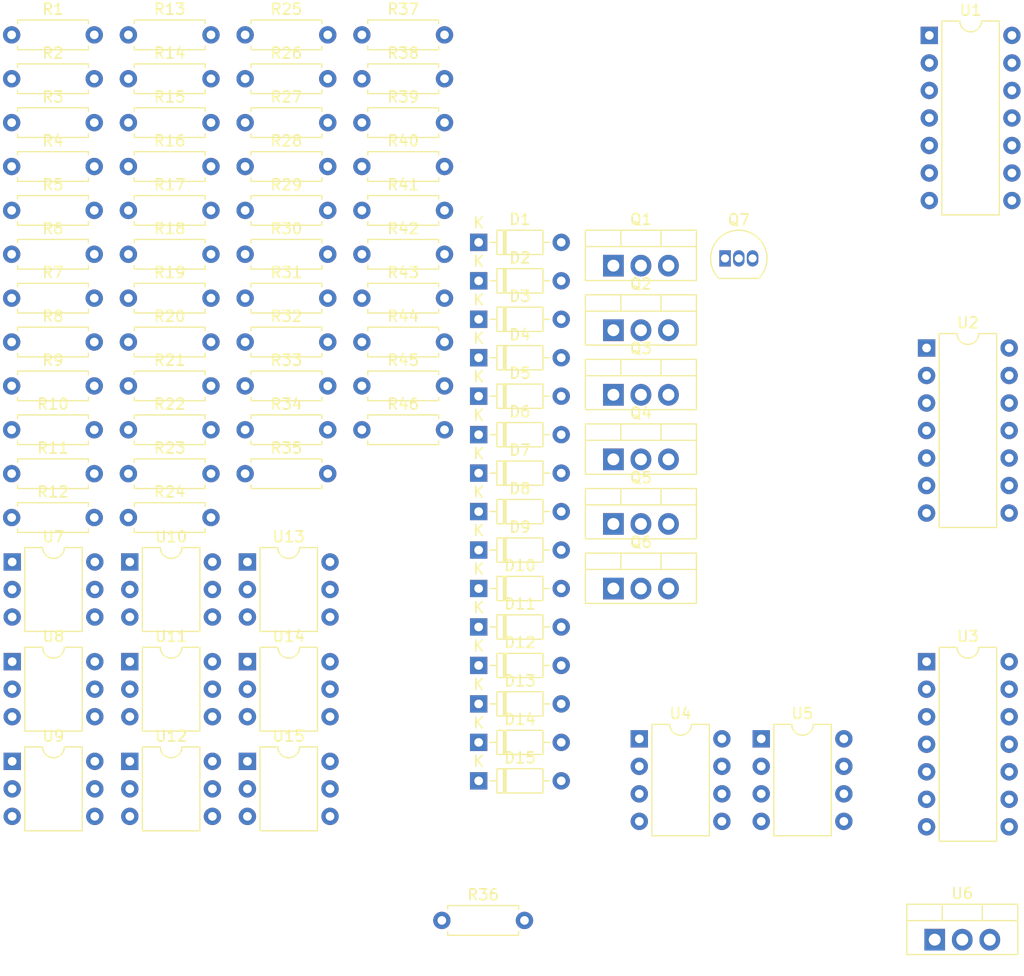
<source format=kicad_pcb>
(kicad_pcb (version 20240108) (generator "pcbnew") (generator_version "8.0")
  (layers (0 "F.Cu" signal) (31 "B.Cu" signal) (34 "B.Paste" user) (35 "F.Paste" user) (36 "B.SilkS" user "B.Silkscreen") (37 "F.SilkS" user "F.Silkscreen") (38 "B.Mask" user) (39 "F.Mask" user) (44 "Edge.Cuts" user))
  (net 0 "")
  (net 1 "+12V")
  (net 2 "Net-(D1-K)")
  (net 3 "Net-(D2-K)")
  (net 4 "Net-(D3-K)")
  (net 5 "Net-(D4-K)")
  (net 6 "Net-(D4-A)")
  (net 7 "Net-(D6-K)")
  (net 8 "Net-(D6-A)")
  (net 9 "Net-(D8-K)")
  (net 10 "Net-(D8-A)")
  (net 11 "Net-(D10-A)")
  (net 12 "Net-(D10-K)")
  (net 13 "Net-(D11-K)")
  (net 14 "Net-(D11-A)")
  (net 15 "Net-(D12-K)")
  (net 16 "Net-(D12-A)")
  (net 17 "Net-(D13-A)")
  (net 18 "Net-(D13-K)")
  (net 19 "Net-(D14-A)")
  (net 20 "Net-(D14-K)")
  (net 21 "Net-(D15-K)")
  (net 22 "Net-(D15-A)")
  (net 23 "U")
  (net 24 "GND")
  (net 25 "V")
  (net 26 "W")
  (net 27 "Net-(Q7-B)")
  (net 28 "Net-(R10-Pad1)")
  (net 29 "+5V")
  (net 30 "Net-(R12-Pad2)")
  (net 31 "Net-(R19-Pad2)")
  (net 32 "Net-(R24-Pad2)")
  (net 33 "Net-(R25-Pad2)")
  (net 34 "Net-(R26-Pad2)")
  (net 35 "U_LO")
  (net 36 "Net-(R27-Pad2)")
  (net 37 "U_HI")
  (net 38 "Net-(R28-Pad2)")
  (net 39 "V_HI")
  (net 40 "Net-(R29-Pad2)")
  (net 41 "V_LO")
  (net 42 "Net-(R30-Pad2)")
  (net 43 "Net-(R31-Pad2)")
  (net 44 "Net-(R32-Pad2)")
  (net 45 "Net-(R33-Pad2)")
  (net 46 "W_HI")
  (net 47 "W_LO")
  (net 48 "Net-(R34-Pad2)")
  (net 49 "Net-(R35-Pad2)")
  (net 50 "Net-(R36-Pad2)")
  (net 51 "Net-(R41-Pad1)")
  (net 52 "W_SENSE")
  (net 53 "Net-(R42-Pad1)")
  (net 54 "V_SENSE")
  (net 55 "Net-(R43-Pad1)")
  (net 56 "U_SENSE")
  (net 57 "Net-(R44-Pad1)")
  (net 58 "GND_EXT")
  (net 59 "Net-(R45-Pad1)")
  (net 60 "Net-(R46-Pad1)")
  (net 63 "Net-(U1-HIN)")
  (net 64 "Net-(U1-LIN)")
  (net 67 "Net-(U2-HIN)")
  (net 68 "Net-(U2-LIN)")
  (net 73 "Net-(U3-HIN)")
  (net 74 "Net-(U3-LIN)")
  (net 76 "Net-(U4-Pad7)")
  (net 77 "Net-(U4-Pad1)")
  (net 78 "Net-(U5-Pad1)")
  (footprint "Resistor_THT:R_Axial_DIN0207_L6.3mm_D2.5mm_P7.62mm_Horizontal" (layer "F.Cu") (at 22.544 94.134)
    (property "Reference" "R12" (at 3.81 -2.37 0) (layer "F.SilkS"))
    (property "Value" "1k")
    (pad "1" thru_hole circle (at 0 0) (size 1.6 1.6) (drill 0.8) (layers "*.Cu" "*.Mask") (net 29 "+5V"))
    (pad "2" thru_hole oval (at 7.62 0) (size 1.6 1.6) (drill 0.8) (layers "*.Cu" "*.Mask") (net 30 "Net-(R12-Pad2)"))
  )
  (footprint "Package_DIP:DIP-6_W7.62mm" (layer "F.Cu") (at 22.594 98.234)
    (property "Reference" "U7" (at 3.81 -2.33 0) (layer "F.SilkS"))
    (property "Value" "4N35")
    (pad "1" thru_hole rect (at 0 0) (size 1.6 1.6) (drill 0.8) (layers "*.Cu" "*.Mask") (net 30 "Net-(R12-Pad2)"))
    (pad "2" thru_hole oval (at 0 2.54) (size 1.6 1.6) (drill 0.8) (layers "*.Cu" "*.Mask") (net 77 "Net-(U4-Pad1)"))
    (pad "3" thru_hole oval (at 0 5.08) (size 1.6 1.6) (drill 0.8) (layers "*.Cu" "*.Mask"))
    (pad "4" thru_hole oval (at 7.62 5.08) (size 1.6 1.6) (drill 0.8) (layers "*.Cu" "*.Mask") (net 58 "GND_EXT"))
    (pad "5" thru_hole oval (at 7.62 2.54) (size 1.6 1.6) (drill 0.8) (layers "*.Cu" "*.Mask") (net 55 "Net-(R43-Pad1)"))
    (pad "6" thru_hole oval (at 7.62 0) (size 1.6 1.6) (drill 0.8) (layers "*.Cu" "*.Mask") (net 60 "Net-(R46-Pad1)"))
  )
  (footprint "Resistor_THT:R_Axial_DIN0207_L6.3mm_D2.5mm_P7.62mm_Horizontal" (layer "F.Cu") (at 54.854 53.634)
    (property "Reference" "R38" (at 3.81 -2.37 0) (layer "F.SilkS"))
    (property "Value" "10k")
    (pad "1" thru_hole circle (at 0 0) (size 1.6 1.6) (drill 0.8) (layers "*.Cu" "*.Mask") (net 1 "+12V"))
    (pad "2" thru_hole oval (at 7.62 0) (size 1.6 1.6) (drill 0.8) (layers "*.Cu" "*.Mask") (net 1 "+12V"))
  )
  (footprint "Diode_THT:D_DO-35_SOD27_P7.62mm_Horizontal" (layer "F.Cu") (at 65.624 114.884)
    (property "Reference" "D14" (at 3.81 -2.12 0) (layer "F.SilkS"))
    (property "Value" "1N4148")
    (fp_text user "K" (at 0 -1.8 0) (layer "F.SilkS"))
    (pad "1" thru_hole rect (at 0 0) (size 1.6 1.6) (drill 0.8) (layers "*.Cu" "*.Mask") (net 20 "Net-(D14-K)"))
    (pad "2" thru_hole oval (at 7.62 0) (size 1.6 1.6) (drill 0.8) (layers "*.Cu" "*.Mask") (net 19 "Net-(D14-A)"))
  )
  (footprint "Resistor_THT:R_Axial_DIN0207_L6.3mm_D2.5mm_P7.62mm_Horizontal" (layer "F.Cu") (at 44.084 69.834)
    (property "Reference" "R30" (at 3.81 -2.37 0) (layer "F.SilkS"))
    (property "Value" "1k")
    (pad "1" thru_hole circle (at 0 0) (size 1.6 1.6) (drill 0.8) (layers "*.Cu" "*.Mask") (net 41 "V_LO"))
    (pad "2" thru_hole oval (at 7.62 0) (size 1.6 1.6) (drill 0.8) (layers "*.Cu" "*.Mask") (net 42 "Net-(R30-Pad2)"))
  )
  (footprint "Package_DIP:DIP-6_W7.62mm" (layer "F.Cu") (at 33.444 107.434)
    (property "Reference" "U11" (at 3.81 -2.33 0) (layer "F.SilkS"))
    (property "Value" "4N35")
    (pad "1" thru_hole rect (at 0 0) (size 1.6 1.6) (drill 0.8) (layers "*.Cu" "*.Mask") (net 34 "Net-(R26-Pad2)"))
    (pad "2" thru_hole oval (at 0 2.54) (size 1.6 1.6) (drill 0.8) (layers "*.Cu" "*.Mask") (net 58 "GND_EXT"))
    (pad "3" thru_hole oval (at 0 5.08) (size 1.6 1.6) (drill 0.8) (layers "*.Cu" "*.Mask"))
    (pad "4" thru_hole oval (at 7.62 5.08) (size 1.6 1.6) (drill 0.8) (layers "*.Cu" "*.Mask") (net 64 "Net-(U1-LIN)"))
    (pad "5" thru_hole oval (at 7.62 2.54) (size 1.6 1.6) (drill 0.8) (layers "*.Cu" "*.Mask") (net 29 "+5V"))
    (pad "6" thru_hole oval (at 7.62 0) (size 1.6 1.6) (drill 0.8) (layers "*.Cu" "*.Mask") (net 38 "Net-(R28-Pad2)"))
  )
  (footprint "Resistor_THT:R_Axial_DIN0207_L6.3mm_D2.5mm_P7.62mm_Horizontal" (layer "F.Cu") (at 33.314 53.634)
    (property "Reference" "R14" (at 3.81 -2.37 0) (layer "F.SilkS"))
    (property "Value" "100k")
    (pad "1" thru_hole circle (at 0 0) (size 1.6 1.6) (drill 0.8) (layers "*.Cu" "*.Mask") (net 24 "GND"))
    (pad "2" thru_hole oval (at 7.62 0) (size 1.6 1.6) (drill 0.8) (layers "*.Cu" "*.Mask") (net 6 "Net-(D4-A)"))
  )
  (footprint "Resistor_THT:R_Axial_DIN0207_L6.3mm_D2.5mm_P7.62mm_Horizontal" (layer "F.Cu") (at 22.544 53.634)
    (property "Reference" "R2" (at 3.81 -2.37 0) (layer "F.SilkS"))
    (property "Value" "10")
    (pad "1" thru_hole circle (at 0 0) (size 1.6 1.6) (drill 0.8) (layers "*.Cu" "*.Mask") (net 12 "Net-(D10-K)"))
    (pad "2" thru_hole oval (at 7.62 0) (size 1.6 1.6) (drill 0.8) (layers "*.Cu" "*.Mask") (net 11 "Net-(D10-A)"))
  )
  (footprint "Resistor_THT:R_Axial_DIN0207_L6.3mm_D2.5mm_P7.62mm_Horizontal" (layer "F.Cu") (at 44.084 61.734)
    (property "Reference" "R28" (at 3.81 -2.37 0) (layer "F.SilkS"))
    (property "Value" "1M")
    (pad "1" thru_hole circle (at 0 0) (size 1.6 1.6) (drill 0.8) (layers "*.Cu" "*.Mask") (net 24 "GND"))
    (pad "2" thru_hole oval (at 7.62 0) (size 1.6 1.6) (drill 0.8) (layers "*.Cu" "*.Mask") (net 38 "Net-(R28-Pad2)"))
  )
  (footprint "Resistor_THT:R_Axial_DIN0207_L6.3mm_D2.5mm_P7.62mm_Horizontal" (layer "F.Cu") (at 44.084 86.034)
    (property "Reference" "R34" (at 3.81 -2.37 0) (layer "F.SilkS"))
    (property "Value" "1k")
    (pad "1" thru_hole circle (at 0 0) (size 1.6 1.6) (drill 0.8) (layers "*.Cu" "*.Mask") (net 47 "W_LO"))
    (pad "2" thru_hole oval (at 7.62 0) (size 1.6 1.6) (drill 0.8) (layers "*.Cu" "*.Mask") (net 48 "Net-(R34-Pad2)"))
  )
  (footprint "Resistor_THT:R_Axial_DIN0207_L6.3mm_D2.5mm_P7.62mm_Horizontal" (layer "F.Cu") (at 33.314 86.034)
    (property "Reference" "R22" (at 3.81 -2.37 0) (layer "F.SilkS"))
    (property "Value" "100k")
    (pad "1" thru_hole circle (at 0 0) (size 1.6 1.6) (drill 0.8) (layers "*.Cu" "*.Mask") (net 24 "GND"))
    (pad "2" thru_hole oval (at 7.62 0) (size 1.6 1.6) (drill 0.8) (layers "*.Cu" "*.Mask") (net 9 "Net-(D8-K)"))
  )
  (footprint "Resistor_THT:R_Axial_DIN0207_L6.3mm_D2.5mm_P7.62mm_Horizontal" (layer "F.Cu") (at 22.544 61.734)
    (property "Reference" "R4" (at 3.81 -2.37 0) (layer "F.SilkS"))
    (property "Value" "10k")
    (pad "1" thru_hole circle (at 0 0) (size 1.6 1.6) (drill 0.8) (layers "*.Cu" "*.Mask") (net 23 "U"))
    (pad "2" thru_hole oval (at 7.62 0) (size 1.6 1.6) (drill 0.8) (layers "*.Cu" "*.Mask") (net 28 "Net-(R10-Pad1)"))
  )
  (footprint "Resistor_THT:R_Axial_DIN0207_L6.3mm_D2.5mm_P7.62mm_Horizontal" (layer "F.Cu") (at 54.854 65.784)
    (property "Reference" "R41" (at 3.81 -2.37 0) (layer "F.SilkS"))
    (property "Value" "470")
    (pad "1" thru_hole circle (at 0 0) (size 1.6 1.6) (drill 0.8) (layers "*.Cu" "*.Mask") (net 51 "Net-(R41-Pad1)"))
    (pad "2" thru_hole oval (at 7.62 0) (size 1.6 1.6) (drill 0.8) (layers "*.Cu" "*.Mask") (net 52 "W_SENSE"))
  )
  (footprint "Resistor_THT:R_Axial_DIN0207_L6.3mm_D2.5mm_P7.62mm_Horizontal" (layer "F.Cu") (at 33.314 77.934)
    (property "Reference" "R20" (at 3.81 -2.37 0) (layer "F.SilkS"))
    (property "Value" "100k")
    (pad "1" thru_hole circle (at 0 0) (size 1.6 1.6) (drill 0.8) (layers "*.Cu" "*.Mask") (net 26 "W"))
    (pad "2" thru_hole oval (at 7.62 0) (size 1.6 1.6) (drill 0.8) (layers "*.Cu" "*.Mask") (net 9 "Net-(D8-K)"))
  )
  (footprint "Package_DIP:DIP-6_W7.62mm" (layer "F.Cu") (at 22.594 107.434)
    (property "Reference" "U8" (at 3.81 -2.33 0) (layer "F.SilkS"))
    (property "Value" "4N35")
    (pad "1" thru_hole rect (at 0 0) (size 1.6 1.6) (drill 0.8) (layers "*.Cu" "*.Mask") (net 31 "Net-(R19-Pad2)"))
    (pad "2" thru_hole oval (at 0 2.54) (size 1.6 1.6) (drill 0.8) (layers "*.Cu" "*.Mask") (net 76 "Net-(U4-Pad7)"))
    (pad "3" thru_hole oval (at 0 5.08) (size 1.6 1.6) (drill 0.8) (layers "*.Cu" "*.Mask"))
    (pad "4" thru_hole oval (at 7.62 5.08) (size 1.6 1.6) (drill 0.8) (layers "*.Cu" "*.Mask") (net 58 "GND_EXT"))
    (pad "5" thru_hole oval (at 7.62 2.54) (size 1.6 1.6) (drill 0.8) (layers "*.Cu" "*.Mask") (net 53 "Net-(R42-Pad1)"))
    (pad "6" thru_hole oval (at 7.62 0) (size 1.6 1.6) (drill 0.8) (layers "*.Cu" "*.Mask") (net 59 "Net-(R45-Pad1)"))
  )
  (footprint "Resistor_THT:R_Axial_DIN0207_L6.3mm_D2.5mm_P7.62mm_Horizontal" (layer "F.Cu") (at 22.544 57.684)
    (property "Reference" "R3" (at 3.81 -2.37 0) (layer "F.SilkS"))
    (property "Value" "10")
    (pad "1" thru_hole circle (at 0 0) (size 1.6 1.6) (drill 0.8) (layers "*.Cu" "*.Mask") (net 15 "Net-(D12-K)"))
    (pad "2" thru_hole oval (at 7.62 0) (size 1.6 1.6) (drill 0.8) (layers "*.Cu" "*.Mask") (net 16 "Net-(D12-A)"))
  )
  (footprint "Resistor_THT:R_Axial_DIN0207_L6.3mm_D2.5mm_P7.62mm_Horizontal" (layer "F.Cu") (at 33.314 61.734)
    (property "Reference" "R16" (at 3.81 -2.37 0) (layer "F.SilkS"))
    (property "Value" "100k")
    (pad "1" thru_hole circle (at 0 0) (size 1.6 1.6) (drill 0.8) (layers "*.Cu" "*.Mask") (net 28 "Net-(R10-Pad1)"))
    (pad "2" thru_hole oval (at 7.62 0) (size 1.6 1.6) (drill 0.8) (layers "*.Cu" "*.Mask") (net 8 "Net-(D6-A)"))
  )
  (footprint "Resistor_THT:R_Axial_DIN0207_L6.3mm_D2.5mm_P7.62mm_Horizontal" (layer "F.Cu") (at 33.314 81.984)
    (property "Reference" "R21" (at 3.81 -2.37 0) (layer "F.SilkS"))
    (property "Value" "100k")
    (pad "1" thru_hole circle (at 0 0) (size 1.6 1.6) (drill 0.8) (layers "*.Cu" "*.Mask") (net 28 "Net-(R10-Pad1)"))
    (pad "2" thru_hole oval (at 7.62 0) (size 1.6 1.6) (drill 0.8) (layers "*.Cu" "*.Mask") (net 10 "Net-(D8-A)"))
  )
  (footprint "Package_DIP:DIP-14_W7.62mm" (layer "F.Cu") (at 106.944 107.437)
    (property "Reference" "U3" (at 3.81 -2.33 0) (layer "F.SilkS"))
    (property "Value" "IR2110")
    (pad "1" thru_hole rect (at 0 0) (size 1.6 1.6) (drill 0.8) (layers "*.Cu" "*.Mask") (net 21 "Net-(D15-K)"))
    (pad "2" thru_hole oval (at 0 2.54) (size 1.6 1.6) (drill 0.8) (layers "*.Cu" "*.Mask") (net 24 "GND"))
    (pad "3" thru_hole oval (at 0 5.08) (size 1.6 1.6) (drill 0.8) (layers "*.Cu" "*.Mask") (net 1 "+12V"))
    (pad "4" thru_hole oval (at 0 7.62) (size 1.6 1.6) (drill 0.8) (layers "*.Cu" "*.Mask"))
    (pad "5" thru_hole oval (at 0 10.16) (size 1.6 1.6) (drill 0.8) (layers "*.Cu" "*.Mask") (net 26 "W"))
    (pad "6" thru_hole oval (at 0 12.7) (size 1.6 1.6) (drill 0.8) (layers "*.Cu" "*.Mask") (net 4 "Net-(D3-K)"))
    (pad "7" thru_hole oval (at 0 15.24) (size 1.6 1.6) (drill 0.8) (layers "*.Cu" "*.Mask") (net 20 "Net-(D14-K)"))
    (pad "8" thru_hole oval (at 7.62 15.24) (size 1.6 1.6) (drill 0.8) (layers "*.Cu" "*.Mask"))
    (pad "9" thru_hole oval (at 7.62 12.7) (size 1.6 1.6) (drill 0.8) (layers "*.Cu" "*.Mask") (net 29 "+5V"))
    (pad "10" thru_hole oval (at 7.62 10.16) (size 1.6 1.6) (drill 0.8) (layers "*.Cu" "*.Mask") (net 73 "Net-(U3-HIN)"))
    (pad "11" thru_hole oval (at 7.62 7.62) (size 1.6 1.6) (drill 0.8) (layers "*.Cu" "*.Mask") (net 1 "+12V"))
    (pad "12" thru_hole oval (at 7.62 5.08) (size 1.6 1.6) (drill 0.8) (layers "*.Cu" "*.Mask") (net 74 "Net-(U3-LIN)"))
    (pad "13" thru_hole oval (at 7.62 2.54) (size 1.6 1.6) (drill 0.8) (layers "*.Cu" "*.Mask") (net 24 "GND"))
    (pad "14" thru_hole oval (at 7.62 0) (size 1.6 1.6) (drill 0.8) (layers "*.Cu" "*.Mask"))
  )
  (footprint "Resistor_THT:R_Axial_DIN0207_L6.3mm_D2.5mm_P7.62mm_Horizontal" (layer "F.Cu") (at 44.084 90.084)
    (property "Reference" "R35" (at 3.81 -2.37 0) (layer "F.SilkS"))
    (property "Value" "1M")
    (pad "1" thru_hole circle (at 0 0) (size 1.6 1.6) (drill 0.8) (layers "*.Cu" "*.Mask") (net 24 "GND"))
    (pad "2" thru_hole oval (at 7.62 0) (size 1.6 1.6) (drill 0.8) (layers "*.Cu" "*.Mask") (net 49 "Net-(R35-Pad2)"))
  )
  (footprint "Resistor_THT:R_Axial_DIN0207_L6.3mm_D2.5mm_P7.62mm_Horizontal" (layer "F.Cu") (at 22.544 49.584)
    (property "Reference" "R1" (at 3.81 -2.37 0) (layer "F.SilkS"))
    (property "Value" "10")
    (pad "1" thru_hole circle (at 0 0) (size 1.6 1.6) (drill 0.8) (layers "*.Cu" "*.Mask") (net 13 "Net-(D11-K)"))
    (pad "2" thru_hole oval (at 7.62 0) (size 1.6 1.6) (drill 0.8) (layers "*.Cu" "*.Mask") (net 14 "Net-(D11-A)"))
  )
  (footprint "Diode_THT:D_DO-35_SOD27_P7.62mm_Horizontal" (layer "F.Cu") (at 65.624 72.284)
    (property "Reference" "D2" (at 3.81 -2.12 0) (layer "F.SilkS"))
    (property "Value" "1N4148")
    (fp_text user "K" (at 0 -1.8 0) (layer "F.SilkS"))
    (pad "1" thru_hole rect (at 0 0) (size 1.6 1.6) (drill 0.8) (layers "*.Cu" "*.Mask") (net 3 "Net-(D2-K)"))
    (pad "2" thru_hole oval (at 7.62 0) (size 1.6 1.6) (drill 0.8) (layers "*.Cu" "*.Mask") (net 1 "+12V"))
  )
  (footprint "Resistor_THT:R_Axial_DIN0207_L6.3mm_D2.5mm_P7.62mm_Horizontal" (layer "F.Cu") (at 33.314 69.834)
    (property "Reference" "R18" (at 3.81 -2.37 0) (layer "F.SilkS"))
    (property "Value" "100k")
    (pad "1" thru_hole circle (at 0 0) (size 1.6 1.6) (drill 0.8) (layers "*.Cu" "*.Mask") (net 24 "GND"))
    (pad "2" thru_hole oval (at 7.62 0) (size 1.6 1.6) (drill 0.8) (layers "*.Cu" "*.Mask") (net 8 "Net-(D6-A)"))
  )
  (footprint "Resistor_THT:R_Axial_DIN0207_L6.3mm_D2.5mm_P7.62mm_Horizontal" (layer "F.Cu") (at 44.084 57.684)
    (property "Reference" "R27" (at 3.81 -2.37 0) (layer "F.SilkS"))
    (property "Value" "1k")
    (pad "1" thru_hole circle (at 0 0) (size 1.6 1.6) (drill 0.8) (layers "*.Cu" "*.Mask") (net 37 "U_HI"))
    (pad "2" thru_hole oval (at 7.62 0) (size 1.6 1.6) (drill 0.8) (layers "*.Cu" "*.Mask") (net 36 "Net-(R27-Pad2)"))
  )
  (footprint "Package_TO_SOT_THT:TO-220-3_Vertical" (layer "F.Cu") (at 78.054 100.684)
    (property "Reference" "Q6" (at 2.54 -4.27 0) (layer "F.SilkS"))
    (property "Value" "IRF540N")
    (pad "1" thru_hole rect (at 0 0) (size 1.905 2) (drill 1.1) (layers "*.Cu" "*.Mask") (net 22 "Net-(D15-A)"))
    (pad "2" thru_hole oval (at 2.54 0) (size 1.905 2) (drill 1.1) (layers "*.Cu" "*.Mask") (net 26 "W"))
    (pad "3" thru_hole oval (at 5.08 0) (size 1.905 2) (drill 1.1) (layers "*.Cu" "*.Mask") (net 24 "GND"))
  )
  (footprint "Diode_THT:D_DO-35_SOD27_P7.62mm_Horizontal" (layer "F.Cu") (at 65.624 75.834)
    (property "Reference" "D3" (at 3.81 -2.12 0) (layer "F.SilkS"))
    (property "Value" "1N4148")
    (fp_text user "K" (at 0 -1.8 0) (layer "F.SilkS"))
    (pad "1" thru_hole rect (at 0 0) (size 1.6 1.6) (drill 0.8) (layers "*.Cu" "*.Mask") (net 4 "Net-(D3-K)"))
    (pad "2" thru_hole oval (at 7.62 0) (size 1.6 1.6) (drill 0.8) (layers "*.Cu" "*.Mask") (net 1 "+12V"))
  )
  (footprint "Resistor_THT:R_Axial_DIN0207_L6.3mm_D2.5mm_P7.62mm_Horizontal" (layer "F.Cu") (at 54.854 57.684)
    (property "Reference" "R39" (at 3.81 -2.37 0) (layer "F.SilkS"))
    (property "Value" "47k")
    (pad "1" thru_hole circle (at 0 0) (size 1.6 1.6) (drill 0.8) (layers "*.Cu" "*.Mask") (net 27 "Net-(Q7-B)"))
    (pad "2" thru_hole oval (at 7.62 0) (size 1.6 1.6) (drill 0.8) (layers "*.Cu" "*.Mask") (net 24 "GND"))
  )
  (footprint "Resistor_THT:R_Axial_DIN0207_L6.3mm_D2.5mm_P7.62mm_Horizontal" (layer "F.Cu") (at 33.314 73.884)
    (property "Reference" "R19" (at 3.81 -2.37 0) (layer "F.SilkS"))
    (property "Value" "1k")
    (pad "1" thru_hole circle (at 0 0) (size 1.6 1.6) (drill 0.8) (layers "*.Cu" "*.Mask") (net 29 "+5V"))
    (pad "2" thru_hole oval (at 7.62 0) (size 1.6 1.6) (drill 0.8) (layers "*.Cu" "*.Mask") (net 31 "Net-(R19-Pad2)"))
  )
  (footprint "Resistor_THT:R_Axial_DIN0207_L6.3mm_D2.5mm_P7.62mm_Horizontal" (layer "F.Cu") (at 54.854 73.884)
    (property "Reference" "R43" (at 3.81 -2.37 0) (layer "F.SilkS"))
    (property "Value" "470")
    (pad "1" thru_hole circle (at 0 0) (size 1.6 1.6) (drill 0.8) (layers "*.Cu" "*.Mask") (net 55 "Net-(R43-Pad1)"))
    (pad "2" thru_hole oval (at 7.62 0) (size 1.6 1.6) (drill 0.8) (layers "*.Cu" "*.Mask") (net 56 "U_SENSE"))
  )
  (footprint "Resistor_THT:R_Axial_DIN0207_L6.3mm_D2.5mm_P7.62mm_Horizontal" (layer "F.Cu") (at 54.854 69.834)
    (property "Reference" "R42" (at 3.81 -2.37 0) (layer "F.SilkS"))
    (property "Value" "470")
    (pad "1" thru_hole circle (at 0 0) (size 1.6 1.6) (drill 0.8) (layers "*.Cu" "*.Mask") (net 53 "Net-(R42-Pad1)"))
    (pad "2" thru_hole oval (at 7.62 0) (size 1.6 1.6) (drill 0.8) (layers "*.Cu" "*.Mask") (net 54 "V_SENSE"))
  )
  (footprint "Resistor_THT:R_Axial_DIN0207_L6.3mm_D2.5mm_P7.62mm_Horizontal" (layer "F.Cu") (at 44.084 65.784)
    (property "Reference" "R29" (at 3.81 -2.37 0) (layer "F.SilkS"))
    (property "Value" "1k")
    (pad "1" thru_hole circle (at 0 0) (size 1.6 1.6) (drill 0.8) (layers "*.Cu" "*.Mask") (net 39 "V_HI"))
    (pad "2" thru_hole oval (at 7.62 0) (size 1.6 1.6) (drill 0.8) (layers "*.Cu" "*.Mask") (net 40 "Net-(R29-Pad2)"))
  )
  (footprint "Diode_THT:D_DO-35_SOD27_P7.62mm_Horizontal" (layer "F.Cu") (at 65.624 93.584)
    (property "Reference" "D8" (at 3.81 -2.12 0) (layer "F.SilkS"))
    (property "Value" "1N4148")
    (fp_text user "K" (at 0 -1.8 0) (layer "F.SilkS"))
    (pad "1" thru_hole rect (at 0 0) (size 1.6 1.6) (drill 0.8) (layers "*.Cu" "*.Mask") (net 9 "Net-(D8-K)"))
    (pad "2" thru_hole oval (at 7.62 0) (size 1.6 1.6) (drill 0.8) (layers "*.Cu" "*.Mask") (net 10 "Net-(D8-A)"))
  )
  (footprint "Resistor_THT:R_Axial_DIN0207_L6.3mm_D2.5mm_P7.62mm_Horizontal" (layer "F.Cu") (at 44.084 77.934)
    (property "Reference" "R32" (at 3.81 -2.37 0) (layer "F.SilkS"))
    (property "Value" "1M")
    (pad "1" thru_hole circle (at 0 0) (size 1.6 1.6) (drill 0.8) (layers "*.Cu" "*.Mask") (net 24 "GND"))
    (pad "2" thru_hole oval (at 7.62 0) (size 1.6 1.6) (drill 0.8) (layers "*.Cu" "*.Mask") (net 44 "Net-(R32-Pad2)"))
  )
  (footprint "Resistor_THT:R_Axial_DIN0207_L6.3mm_D2.5mm_P7.62mm_Horizontal" (layer "F.Cu") (at 44.084 53.634)
    (property "Reference" "R26" (at 3.81 -2.37 0) (layer "F.SilkS"))
    (property "Value" "1k")
    (pad "1" thru_hole circle (at 0 0) (size 1.6 1.6) (drill 0.8) (layers "*.Cu" "*.Mask") (net 35 "U_LO"))
    (pad "2" thru_hole oval (at 7.62 0) (size 1.6 1.6) (drill 0.8) (layers "*.Cu" "*.Mask") (net 34 "Net-(R26-Pad2)"))
  )
  (footprint "Resistor_THT:R_Axial_DIN0207_L6.3mm_D2.5mm_P7.62mm_Horizontal" (layer "F.Cu") (at 33.314 57.684)
    (property "Reference" "R15" (at 3.81 -2.37 0) (layer "F.SilkS"))
    (property "Value" "100k")
    (pad "1" thru_hole circle (at 0 0) (size 1.6 1.6) (drill 0.8) (layers "*.Cu" "*.Mask") (net 25 "V"))
    (pad "2" thru_hole oval (at 7.62 0) (size 1.6 1.6) (drill 0.8) (layers "*.Cu" "*.Mask") (net 7 "Net-(D6-K)"))
  )
  (footprint "Package_DIP:DIP-6_W7.62mm" (layer "F.Cu") (at 33.444 98.234)
    (property "Reference" "U10" (at 3.81 -2.33 0) (layer "F.SilkS"))
    (property "Value" "4N35")
    (pad "1" thru_hole rect (at 0 0) (size 1.6 1.6) (drill 0.8) (layers "*.Cu" "*.Mask") (net 36 "Net-(R27-Pad2)"))
    (pad "2" thru_hole oval (at 0 2.54) (size 1.6 1.6) (drill 0.8) (layers "*.Cu" "*.Mask") (net 58 "GND_EXT"))
    (pad "3" thru_hole oval (at 0 5.08) (size 1.6 1.6) (drill 0.8) (layers "*.Cu" "*.Mask"))
    (pad "4" thru_hole oval (at 7.62 5.08) (size 1.6 1.6) (drill 0.8) (layers "*.Cu" "*.Mask") (net 63 "Net-(U1-HIN)"))
    (pad "5" thru_hole oval (at 7.62 2.54) (size 1.6 1.6) (drill 0.8) (layers "*.Cu" "*.Mask") (net 29 "+5V"))
    (pad "6" thru_hole oval (at 7.62 0) (size 1.6 1.6) (drill 0.8) (layers "*.Cu" "*.Mask") (net 33 "Net-(R25-Pad2)"))
  )
  (footprint "Package_DIP:DIP-6_W7.62mm" (layer "F.Cu") (at 44.294 116.634)
    (property "Reference" "U15" (at 3.81 -2.33 0) (layer "F.SilkS"))
    (property "Value" "4N35")
    (pad "1" thru_hole rect (at 0 0) (size 1.6 1.6) (drill 0.8) (layers "*.Cu" "*.Mask") (net 48 "Net-(R34-Pad2)"))
    (pad "2" thru_hole oval (at 0 2.54) (size 1.6 1.6) (drill 0.8) (layers "*.Cu" "*.Mask") (net 58 "GND_EXT"))
    (pad "3" thru_hole oval (at 0 5.08) (size 1.6 1.6) (drill 0.8) (layers "*.Cu" "*.Mask"))
    (pad "4" thru_hole oval (at 7.62 5.08) (size 1.6 1.6) (drill 0.8) (layers "*.Cu" "*.Mask") (net 74 "Net-(U3-LIN)"))
    (pad "5" thru_hole oval (at 7.62 2.54) (size 1.6 1.6) (drill 0.8) (layers "*.Cu" "*.Mask") (net 29 "+5V"))
    (pad "6" thru_hole oval (at 7.62 0) (size 1.6 1.6) (drill 0.8) (layers "*.Cu" "*.Mask") (net 50 "Net-(R36-Pad2)"))
  )
  (footprint "Resistor_THT:R_Axial_DIN0207_L6.3mm_D2.5mm_P7.62mm_Horizontal" (layer "F.Cu") (at 22.544 81.984)
    (property "Reference" "R9" (at 3.81 -2.37 0) (layer "F.SilkS"))
    (property "Value" "10k")
    (pad "1" thru_hole circle (at 0 0) (size 1.6 1.6) (drill 0.8) (layers "*.Cu" "*.Mask") (net 26 "W"))
    (pad "2" thru_hole oval (at 7.62 0) (size 1.6 1.6) (drill 0.8) (layers "*.Cu" "*.Mask") (net 28 "Net-(R10-Pad1)"))
  )
  (footprint "Resistor_THT:R_Axial_DIN0207_L6.3mm_D2.5mm_P7.62mm_Horizontal" (layer "F.Cu") (at 22.544 73.884)
    (property "Reference" "R7" (at 3.81 -2.37 0) (layer "F.SilkS"))
    (property "Value" "10")
    (pad "1" thru_hole circle (at 0 0) (size 1.6 1.6) (drill 0.8) (layers "*.Cu" "*.Mask") (net 20 "Net-(D14-K)"))
    (pad "2" thru_hole oval (at 7.62 0) (size 1.6 1.6) (drill 0.8) (layers "*.Cu" "*.Mask") (net 19 "Net-(D14-A)"))
  )
  (footprint "Resistor_THT:R_Axial_DIN0207_L6.3mm_D2.5mm_P7.62mm_Horizontal" (layer "F.Cu") (at 54.854 86.034)
    (property "Reference" "R46" (at 3.81 -2.37 0) (layer "F.SilkS"))
    (property "Value" "1M")
    (pad "1" thru_hole circle (at 0 0) (size 1.6 1.6) (drill 0.8) (layers "*.Cu" "*.Mask") (net 60 "Net-(R46-Pad1)"))
    (pad "2" thru_hole oval (at 7.62 0) (size 1.6 1.6) (drill 0.8) (layers "*.Cu" "*.Mask") (net 58 "GND_EXT"))
  )
  (footprint "Package_DIP:DIP-14_W7.62mm" (layer "F.Cu") (at 107.198 49.634)
    (property "Reference" "U1" (at 3.81 -2.33 0) (layer "F.SilkS"))
    (property "Value" "IR2110")
    (pad "1" thru_hole rect (at 0 0) (size 1.6 1.6) (drill 0.8) (layers "*.Cu" "*.Mask") (net 13 "Net-(D11-K)"))
    (pad "2" thru_hole oval (at 0 2.54) (size 1.6 1.6) (drill 0.8) (layers "*.Cu" "*.Mask") (net 24 "GND"))
    (pad "3" thru_hole oval (at 0 5.08) (size 1.6 1.6) (drill 0.8) (layers "*.Cu" "*.Mask") (net 1 "+12V"))
    (pad "4" thru_hole oval (at 0 7.62) (size 1.6 1.6) (drill 0.8) (layers "*.Cu" "*.Mask"))
    (pad "5" thru_hole oval (at 0 10.16) (size 1.6 1.6) (drill 0.8) (layers "*.Cu" "*.Mask") (net 23 "U"))
    (pad "6" thru_hole oval (at 0 12.7) (size 1.6 1.6) (drill 0.8) (layers "*.Cu" "*.Mask") (net 2 "Net-(D1-K)"))
    (pad "7" thru_hole oval (at 0 15.24) (size 1.6 1.6) (drill 0.8) (layers "*.Cu" "*.Mask") (net 12 "Net-(D10-K)"))
    (pad "8" thru_hole oval (at 7.62 15.24) (size 1.6 1.6) (drill 0.8) (layers "*.Cu" "*.Mask"))
    (pad "9" thru_hole oval (at 7.62 12.7) (size 1.6 1.6) (drill 0.8) (layers "*.Cu" "*.Mask") (net 29 "+5V"))
    (pad "10" thru_hole oval (at 7.62 10.16) (size 1.6 1.6) (drill 0.8) (layers "*.Cu" "*.Mask") (net 63 "Net-(U1-HIN)"))
    (pad "11" thru_hole oval (at 7.62 7.62) (size 1.6 1.6) (drill 0.8) (layers "*.Cu" "*.Mask") (net 1 "+12V"))
    (pad "12" thru_hole oval (at 7.62 5.08) (size 1.6 1.6) (drill 0.8) (layers "*.Cu" "*.Mask") (net 64 "Net-(U1-LIN)"))
    (pad "13" thru_hole oval (at 7.62 2.54) (size 1.6 1.6) (drill 0.8) (layers "*.Cu" "*.Mask") (net 24 "GND"))
    (pad "14" thru_hole oval (at 7.62 0) (size 1.6 1.6) (drill 0.8) (layers "*.Cu" "*.Mask"))
  )
  (footprint "Diode_THT:D_DO-35_SOD27_P7.62mm_Horizontal" (layer "F.Cu") (at 65.624 90.034)
    (property "Reference" "D7" (at 3.81 -2.12 0) (layer "F.SilkS"))
    (property "Value" "1N4148")
    (fp_text user "K" (at 0 -1.8 0) (layer "F.SilkS"))
    (pad "1" thru_hole rect (at 0 0) (size 1.6 1.6) (drill 0.8) (layers "*.Cu" "*.Mask") (net 8 "Net-(D6-A)"))
    (pad "2" thru_hole oval (at 7.62 0) (size 1.6 1.6) (drill 0.8) (layers "*.Cu" "*.Mask") (net 7 "Net-(D6-K)"))
  )
  (footprint "Diode_THT:D_DO-35_SOD27_P7.62mm_Horizontal" (layer "F.Cu") (at 65.624 111.334)
    (property "Reference" "D13" (at 3.81 -2.12 0) (layer "F.SilkS"))
    (property "Value" "1N4148")
    (fp_text user "K" (at 0 -1.8 0) (layer "F.SilkS"))
    (pad "1" thru_hole rect (at 0 0) (size 1.6 1.6) (drill 0.8) (layers "*.Cu" "*.Mask") (net 18 "Net-(D13-K)"))
    (pad "2" thru_hole oval (at 7.62 0) (size 1.6 1.6) (drill 0.8) (layers "*.Cu" "*.Mask") (net 17 "Net-(D13-A)"))
  )
  (footprint "Resistor_THT:R_Axial_DIN0207_L6.3mm_D2.5mm_P7.62mm_Horizontal" (layer "F.Cu") (at 22.544 86.034)
    (property "Reference" "R10" (at 3.81 -2.37 0) (layer "F.SilkS"))
    (property "Value" "100k")
    (pad "1" thru_hole circle (at 0 0) (size 1.6 1.6) (drill 0.8) (layers "*.Cu" "*.Mask") (net 28 "Net-(R10-Pad1)"))
    (pad "2" thru_hole oval (at 7.62 0) (size 1.6 1.6) (drill 0.8) (layers "*.Cu" "*.Mask") (net 6 "Net-(D4-A)"))
  )
  (footprint "Diode_THT:D_DO-35_SOD27_P7.62mm_Horizontal" (layer "F.Cu") (at 65.624 104.234)
    (property "Reference" "D11" (at 3.81 -2.12 0) (layer "F.SilkS"))
    (property "Value" "1N4148")
    (fp_text user "K" (at 0 -1.8 0) (layer "F.SilkS"))
    (pad "1" thru_hole rect (at 0 0) (size 1.6 1.6) (drill 0.8) (layers "*.Cu" "*.Mask") (net 13 "Net-(D11-K)"))
    (pad "2" thru_hole oval (at 7.62 0) (size 1.6 1.6) (drill 0.8) (layers "*.Cu" "*.Mask") (net 14 "Net-(D11-A)"))
  )
  (footprint "Package_DIP:DIP-14_W7.62mm" (layer "F.Cu") (at 106.944 78.481)
    (property "Reference" "U2" (at 3.81 -2.33 0) (layer "F.SilkS"))
    (property "Value" "IR2110")
    (pad "1" thru_hole rect (at 0 0) (size 1.6 1.6) (drill 0.8) (layers "*.Cu" "*.Mask") (net 18 "Net-(D13-K)"))
    (pad "2" thru_hole oval (at 0 2.54) (size 1.6 1.6) (drill 0.8) (layers "*.Cu" "*.Mask") (net 24 "GND"))
    (pad "3" thru_hole oval (at 0 5.08) (size 1.6 1.6) (drill 0.8) (layers "*.Cu" "*.Mask") (net 1 "+12V"))
    (pad "4" thru_hole oval (at 0 7.62) (size 1.6 1.6) (drill 0.8) (layers "*.Cu" "*.Mask"))
    (pad "5" thru_hole oval (at 0 10.16) (size 1.6 1.6) (drill 0.8) (layers "*.Cu" "*.Mask") (net 25 "V"))
    (pad "6" thru_hole oval (at 0 12.7) (size 1.6 1.6) (drill 0.8) (layers "*.Cu" "*.Mask") (net 3 "Net-(D2-K)"))
    (pad "7" thru_hole oval (at 0 15.24) (size 1.6 1.6) (drill 0.8) (layers "*.Cu" "*.Mask") (net 15 "Net-(D12-K)"))
    (pad "8" thru_hole oval (at 7.62 15.24) (size 1.6 1.6) (drill 0.8) (layers "*.Cu" "*.Mask"))
    (pad "9" thru_hole oval (at 7.62 12.7) (size 1.6 1.6) (drill 0.8) (layers "*.Cu" "*.Mask") (net 29 "+5V"))
    (pad "10" thru_hole oval (at 7.62 10.16) (size 1.6 1.6) (drill 0.8) (layers "*.Cu" "*.Mask") (net 67 "Net-(U2-HIN)"))
    (pad "11" thru_hole oval (at 7.62 7.62) (size 1.6 1.6) (drill 0.8) (layers "*.Cu" "*.Mask") (net 1 "+12V"))
    (pad "12" thru_hole oval (at 7.62 5.08) (size 1.6 1.6) (drill 0.8) (layers "*.Cu" "*.Mask") (net 68 "Net-(U2-LIN)"))
    (pad "13" thru_hole oval (at 7.62 2.54) (size 1.6 1.6) (drill 0.8) (layers "*.Cu" "*.Mask") (net 24 "GND"))
    (pad "14" thru_hole oval (at 7.62 0) (size 1.6 1.6) (drill 0.8) (layers "*.Cu" "*.Mask"))
  )
  (footprint "Resistor_THT:R_Axial_DIN0207_L6.3mm_D2.5mm_P7.62mm_Horizontal" (layer "F.Cu") (at 33.314 65.784)
    (property "Reference" "R17" (at 3.81 -2.37 0) (layer "F.SilkS"))
    (property "Value" "100k")
    (pad "1" thru_hole circle (at 0 0) (size 1.6 1.6) (drill 0.8) (layers "*.Cu" "*.Mask") (net 24 "GND"))
    (pad "2" thru_hole oval (at 7.62 0) (size 1.6 1.6) (drill 0.8) (layers "*.Cu" "*.Mask") (net 7 "Net-(D6-K)"))
  )
  (footprint "Resistor_THT:R_Axial_DIN0207_L6.3mm_D2.5mm_P7.62mm_Horizontal" (layer "F.Cu") (at 44.084 73.884)
    (property "Reference" "R31" (at 3.81 -2.37 0) (layer "F.SilkS"))
    (property "Value" "1M")
    (pad "1" thru_hole circle (at 0 0) (size 1.6 1.6) (drill 0.8) (layers "*.Cu" "*.Mask") (net 24 "GND"))
    (pad "2" thru_hole oval (at 7.62 0) (size 1.6 1.6) (drill 0.8) (layers "*.Cu" "*.Mask") (net 43 "Net-(R31-Pad2)"))
  )
  (footprint "Resistor_THT:R_Axial_DIN0207_L6.3mm_D2.5mm_P7.62mm_Horizontal" (layer "F.Cu") (at 44.084 81.984)
    (property "Reference" "R33" (at 3.81 -2.37 0) (layer "F.SilkS"))
    (property "Value" "1k")
    (pad "1" thru_hole circle (at 0 0) (size 1.6 1.6) (drill 0.8) (layers "*.Cu" "*.Mask") (net 46 "W_HI"))
    (pad "2" thru_hole oval (at 7.62 0) (size 1.6 1.6) (drill 0.8) (layers "*.Cu" "*.Mask") (net 45 "Net-(R33-Pad2)"))
  )
  (footprint "Resistor_THT:R_Axial_DIN0207_L6.3mm_D2.5mm_P7.62mm_Horizontal" (layer "F.Cu") (at 22.544 69.834)
    (property "Reference" "R6" (at 3.81 -2.37 0) (layer "F.SilkS"))
    (property "Value" "10k")
    (pad "1" thru_hole circle (at 0 0) (size 1.6 1.6) (drill 0.8) (layers "*.Cu" "*.Mask") (net 25 "V"))
    (pad "2" thru_hole oval (at 7.62 0) (size 1.6 1.6) (drill 0.8) (layers "*.Cu" "*.Mask") (net 28 "Net-(R10-Pad1)"))
  )
  (footprint "Resistor_THT:R_Axial_DIN0207_L6.3mm_D2.5mm_P7.62mm_Horizontal" (layer "F.Cu") (at 62.23 131.318)
    (property "Reference" "R36" (at 3.81 -2.37 0) (layer "F.SilkS"))
    (property "Value" "1M")
    (pad "1" thru_hole circle (at 0 0) (size 1.6 1.6) (drill 0.8) (layers "*.Cu" "*.Mask") (net 24 "GND"))
    (pad "2" thru_hole oval (at 7.62 0) (size 1.6 1.6) (drill 0.8) (layers "*.Cu" "*.Mask") (net 50 "Net-(R36-Pad2)"))
  )
  (footprint "Diode_THT:D_DO-35_SOD27_P7.62mm_Horizontal" (layer "F.Cu") (at 65.624 82.934)
    (property "Reference" "D5" (at 3.81 -2.12 0) (layer "F.SilkS"))
    (property "Value" "1N4148")
    (fp_text user "K" (at 0 -1.8 0) (layer "F.SilkS"))
    (pad "1" thru_hole rect (at 0 0) (size 1.6 1.6) (drill 0.8) (layers "*.Cu" "*.Mask") (net 6 "Net-(D4-A)"))
    (pad "2" thru_hole oval (at 7.62 0) (size 1.6 1.6) (drill 0.8) (layers "*.Cu" "*.Mask") (net 5 "Net-(D4-K)"))
  )
  (footprint "Diode_THT:D_DO-35_SOD27_P7.62mm_Horizontal" (layer "F.Cu") (at 65.624 79.384)
    (property "Reference" "D4" (at 3.81 -2.12 0) (layer "F.SilkS"))
    (property "Value" "1N4148")
    (fp_text user "K" (at 0 -1.8 0) (layer "F.SilkS"))
    (pad "1" thru_hole rect (at 0 0) (size 1.6 1.6) (drill 0.8) (layers "*.Cu" "*.Mask") (net 5 "Net-(D4-K)"))
    (pad "2" thru_hole oval (at 7.62 0) (size 1.6 1.6) (drill 0.8) (layers "*.Cu" "*.Mask") (net 6 "Net-(D4-A)"))
  )
  (footprint "Resistor_THT:R_Axial_DIN0207_L6.3mm_D2.5mm_P7.62mm_Horizontal" (layer "F.Cu") (at 22.544 77.934)
    (property "Reference" "R8" (at 3.81 -2.37 0) (layer "F.SilkS"))
    (property "Value" "10")
    (pad "1" thru_hole circle (at 0 0) (size 1.6 1.6) (drill 0.8) (layers "*.Cu" "*.Mask") (net 21 "Net-(D15-K)"))
    (pad "2" thru_hole oval (at 7.62 0) (size 1.6 1.6) (drill 0.8) (layers "*.Cu" "*.Mask") (net 22 "Net-(D15-A)"))
  )
  (footprint "Package_TO_SOT_THT:TO-92_Inline" (layer "F.Cu") (at 88.354 70.214)
    (property "Reference" "Q7" (at 1.27 -3.56 0) (layer "F.SilkS"))
    (property "Value" "2N3904")
    (pad "1" thru_hole rect (at 0 0) (size 1.05 1.5) (drill 0.75) (layers "*.Cu" "*.Mask") (net 24 "GND"))
    (pad "2" thru_hole oval (at 1.27 0) (size 1.05 1.5) (drill 0.75) (layers "*.Cu" "*.Mask") (net 27 "Net-(Q7-B)"))
    (pad "3" thru_hole oval (at 2.54 0) (size 1.05 1.5) (drill 0.75) (layers "*.Cu" "*.Mask") (net 1 "+12V"))
  )
  (footprint "Package_DIP:DIP-6_W7.62mm" (layer "F.Cu") (at 44.294 107.434)
    (property "Reference" "U14" (at 3.81 -2.33 0) (layer "F.SilkS"))
    (property "Value" "4N35")
    (pad "1" thru_hole rect (at 0 0) (size 1.6 1.6) (drill 0.8) (layers "*.Cu" "*.Mask") (net 45 "Net-(R33-Pad2)"))
    (pad "2" thru_hole oval (at 0 2.54) (size 1.6 1.6) (drill 0.8) (layers "*.Cu" "*.Mask") (net 58 "GND_EXT"))
    (pad "3" thru_hole oval (at 0 5.08) (size 1.6 1.6) (drill 0.8) (layers "*.Cu" "*.Mask"))
    (pad "4" thru_hole oval (at 7.62 5.08) (size 1.6 1.6) (drill 0.8) (layers "*.Cu" "*.Mask") (net 73 "Net-(U3-HIN)"))
    (pad "5" thru_hole oval (at 7.62 2.54) (size 1.6 1.6) (drill 0.8) (layers "*.Cu" "*.Mask") (net 29 "+5V"))
    (pad "6" thru_hole oval (at 7.62 0) (size 1.6 1.6) (drill 0.8) (layers "*.Cu" "*.Mask") (net 49 "Net-(R35-Pad2)"))
  )
  (footprint "Diode_THT:D_DO-35_SOD27_P7.62mm_Horizontal" (layer "F.Cu") (at 65.624 107.784)
    (property "Reference" "D12" (at 3.81 -2.12 0) (layer "F.SilkS"))
    (property "Value" "1N4148")
    (fp_text user "K" (at 0 -1.8 0) (layer "F.SilkS"))
    (pad "1" thru_hole rect (at 0 0) (size 1.6 1.6) (drill 0.8) (layers "*.Cu" "*.Mask") (net 15 "Net-(D12-K)"))
    (pad "2" thru_hole oval (at 7.62 0) (size 1.6 1.6) (drill 0.8) (layers "*.Cu" "*.Mask") (net 16 "Net-(D12-A)"))
  )
  (footprint "Package_DIP:DIP-8_W7.62mm" (layer "F.Cu") (at 80.444 114.554)
    (property "Reference" "U4" (at 3.81 -2.33 0) (layer "F.SilkS"))
    (property "Value" "LM393")
    (pad "1" thru_hole rect (at 0 0) (size 1.6 1.6) (drill 0.8) (layers "*.Cu" "*.Mask") (net 77 "Net-(U4-Pad1)"))
    (pad "2" thru_hole oval (at 0 2.54) (size 1.6 1.6) (drill 0.8) (layers "*.Cu" "*.Mask") (net 6 "Net-(D4-A)"))
    (pad "3" thru_hole oval (at 0 5.08) (size 1.6 1.6) (drill 0.8) (layers "*.Cu" "*.Mask") (net 5 "Net-(D4-K)"))
    (pad "4" thru_hole oval (at 0 7.62) (size 1.6 1.6) (drill 0.8) (layers "*.Cu" "*.Mask") (net 24 "GND"))
    (pad "5" thru_hole oval (at 7.62 7.62) (size 1.6 1.6) (drill 0.8) (layers "*.Cu" "*.Mask") (net 7 "Net-(D6-K)"))
    (pad "6" thru_hole oval (at 7.62 5.08) (size 1.6 1.6) (drill 0.8) (layers "*.Cu" "*.Mask") (net 8 "Net-(D6-A)"))
    (pad "7" thru_hole oval (at 7.62 2.54) (size 1.6 1.6) (drill 0.8) (layers "*.Cu" "*.Mask") (net 76 "Net-(U4-Pad7)"))
    (pad "8" thru_hole oval (at 7.62 0) (size 1.6 1.6) (drill 0.8) (layers "*.Cu" "*.Mask") (net 29 "+5V"))
  )
  (footprint "Package_TO_SOT_THT:TO-220-3_Vertical" (layer "F.Cu") (at 107.696 133.096)
    (property "Reference" "U6" (at 2.54 -4.27 0) (layer "F.SilkS"))
    (property "Value" "LM7805_TO220")
    (pad "1" thru_hole rect (at 0 0) (size 1.905 2) (drill 1.1) (layers "*.Cu" "*.Mask") (net 1 "+12V"))
    (pad "2" thru_hole oval (at 2.54 0) (size 1.905 2) (drill 1.1) (layers "*.Cu" "*.Mask") (net 24 "GND"))
    (pad "3" thru_hole oval (at 5.08 0) (size 1.905 2) (drill 1.1) (layers "*.Cu" "*.Mask") (net 29 "+5V"))
  )
  (footprint "Resistor_THT:R_Axial_DIN0207_L6.3mm_D2.5mm_P7.62mm_Horizontal" (layer "F.Cu") (at 22.544 90.084)
    (property "Reference" "R11" (at 3.81 -2.37 0) (layer "F.SilkS"))
    (property "Value" "100k")
    (pad "1" thru_hole circle (at 0 0) (size 1.6 1.6) (drill 0.8) (layers "*.Cu" "*.Mask") (net 23 "U"))
    (pad "2" thru_hole oval (at 7.62 0) (size 1.6 1.6) (drill 0.8) (layers "*.Cu" "*.Mask") (net 5 "Net-(D4-K)"))
  )
  (footprint "Resistor_THT:R_Axial_DIN0207_L6.3mm_D2.5mm_P7.62mm_Horizontal" (layer "F.Cu") (at 54.854 61.734)
    (property "Reference" "R40" (at 3.81 -2.37 0) (layer "F.SilkS"))
    (property "Value" "6.8k")
    (pad "1" thru_hole circle (at 0 0) (size 1.6 1.6) (drill 0.8) (layers "*.Cu" "*.Mask") (net 1 "+12V"))
    (pad "2" thru_hole oval (at 7.62 0) (size 1.6 1.6) (drill 0.8) (layers "*.Cu" "*.Mask") (net 24 "GND"))
  )
  (footprint "Package_TO_SOT_THT:TO-220-3_Vertical" (layer "F.Cu") (at 78.054 82.804)
    (property "Reference" "Q3" (at 2.54 -4.27 0) (layer "F.SilkS"))
    (property "Value" "IRF540N")
    (pad "1" thru_hole rect (at 0 0) (size 1.905 2) (drill 1.1) (layers "*.Cu" "*.Mask") (net 16 "Net-(D12-A)"))
    (pad "2" thru_hole oval (at 2.54 0) (size 1.905 2) (drill 1.1) (layers "*.Cu" "*.Mask") (net 1 "+12V"))
    (pad "3" thru_hole oval (at 5.08 0) (size 1.905 2) (drill 1.1) (layers "*.Cu" "*.Mask") (net 25 "V"))
  )
  (footprint "Resistor_THT:R_Axial_DIN0207_L6.3mm_D2.5mm_P7.62mm_Horizontal" (layer "F.Cu") (at 33.314 49.584)
    (property "Reference" "R13" (at 3.81 -2.37 0) (layer "F.SilkS"))
    (property "Value" "100k")
    (pad "1" thru_hole circle (at 0 0) (size 1.6 1.6) (drill 0.8) (layers "*.Cu" "*.Mask") (net 24 "GND"))
    (pad "2" thru_hole oval (at 7.62 0) (size 1.6 1.6) (drill 0.8) (layers "*.Cu" "*.Mask") (net 5 "Net-(D4-K)"))
  )
  (footprint "Package_DIP:DIP-6_W7.62mm" (layer "F.Cu") (at 22.594 116.634)
    (property "Reference" "U9" (at 3.81 -2.33 0) (layer "F.SilkS"))
    (property "Value" "4N35")
    (pad "1" thru_hole rect (at 0 0) (size 1.6 1.6) (drill 0.8) (layers "*.Cu" "*.Mask") (net 32 "Net-(R24-Pad2)"))
    (pad "2" thru_hole oval (at 0 2.54) (size 1.6 1.6) (drill 0.8) (layers "*.Cu" "*.Mask") (net 78 "Net-(U5-Pad1)"))
    (pad "3" thru_hole oval (at 0 5.08) (size 1.6 1.6) (drill 0.8) (layers "*.Cu" "*.Mask"))
    (pad "4" thru_hole oval (at 7.62 5.08) (size 1.6 1.6) (drill 0.8) (layers "*.Cu" "*.Mask") (net 58 "GND_EXT"))
    (pad "5" thru_hole oval (at 7.62 2.54) (size 1.6 1.6) (drill 0.8) (layers "*.Cu" "*.Mask") (net 51 "Net-(R41-Pad1)"))
    (pad "6" thru_hole oval (at 7.62 0) (size 1.6 1.6) (drill 0.8) (layers "*.Cu" "*.Mask") (net 57 "Net-(R44-Pad1)"))
  )
  (footprint "Package_TO_SOT_THT:TO-220-3_Vertical" (layer "F.Cu") (at 78.054 88.764)
    (property "Reference" "Q4" (at 2.54 -4.27 0) (layer "F.SilkS"))
    (property "Value" "IRF540N")
    (pad "1" thru_hole rect (at 0 0) (size 1.905 2) (drill 1.1) (layers "*.Cu" "*.Mask") (net 17 "Net-(D13-A)"))
    (pad "2" thru_hole oval (at 2.54 0) (size 1.905 2) (drill 1.1) (layers "*.Cu" "*.Mask") (net 25 "V"))
    (pad "3" thru_hole oval (at 5.08 0) (size 1.905 2) (drill 1.1) (layers "*.Cu" "*.Mask") (net 24 "GND"))
  )
  (footprint "Diode_THT:D_DO-35_SOD27_P7.62mm_Horizontal" (layer "F.Cu") (at 65.624 86.484)
    (property "Reference" "D6" (at 3.81 -2.12 0) (layer "F.SilkS"))
    (property "Value" "1N4148")
    (fp_text user "K" (at 0 -1.8 0) (layer "F.SilkS"))
    (pad "1" thru_hole rect (at 0 0) (size 1.6 1.6) (drill 0.8) (layers "*.Cu" "*.Mask") (net 7 "Net-(D6-K)"))
    (pad "2" thru_hole oval (at 7.62 0) (size 1.6 1.6) (drill 0.8) (layers "*.Cu" "*.Mask") (net 8 "Net-(D6-A)"))
  )
  (footprint "Resistor_THT:R_Axial_DIN0207_L6.3mm_D2.5mm_P7.62mm_Horizontal" (layer "F.Cu") (at 44.084 49.584)
    (property "Reference" "R25" (at 3.81 -2.37 0) (layer "F.SilkS"))
    (property "Value" "1M")
    (pad "1" thru_hole circle (at 0 0) (size 1.6 1.6) (drill 0.8) (layers "*.Cu" "*.Mask") (net 24 "GND"))
    (pad "2" thru_hole oval (at 7.62 0) (size 1.6 1.6) (drill 0.8) (layers "*.Cu" "*.Mask") (net 33 "Net-(R25-Pad2)"))
  )
  (footprint "Diode_THT:D_DO-35_SOD27_P7.62mm_Horizontal" (layer "F.Cu") (at 65.624 68.734)
    (property "Reference" "D1" (at 3.81 -2.12 0) (layer "F.SilkS"))
    (property "Value" "1N4148")
    (fp_text user "K" (at 0 -1.8 0) (layer "F.SilkS"))
    (pad "1" thru_hole rect (at 0 0) (size 1.6 1.6) (drill 0.8) (layers "*.Cu" "*.Mask") (net 2 "Net-(D1-K)"))
    (pad "2" thru_hole oval (at 7.62 0) (size 1.6 1.6) (drill 0.8) (layers "*.Cu" "*.Mask") (net 1 "+12V"))
  )
  (footprint "Package_DIP:DIP-6_W7.62mm" (layer "F.Cu") (at 33.444 116.634)
    (property "Reference" "U12" (at 3.81 -2.33 0) (layer "F.SilkS"))
    (property "Value" "4N35")
    (pad "1" thru_hole rect (at 0 0) (size 1.6 1.6) (drill 0.8) (layers "*.Cu" "*.Mask") (net 40 "Net-(R29-Pad2)"))
    (pad "2" thru_hole oval (at 0 2.54) (size 1.6 1.6) (drill 0.8) (layers "*.Cu" "*.Mask") (net 58 "GND_EXT"))
    (pad "3" thru_hole oval (at 0 5.08) (size 1.6 1.6) (drill 0.8) (layers "*.Cu" "*.Mask"))
    (pad "4" thru_hole oval (at 7.62 5.08) (size 1.6 1.6) (drill 0.8) (layers "*.Cu" "*.Mask") (net 67 "Net-(U2-HIN)"))
    (pad "5" thru_hole oval (at 7.62 2.54) (size 1.6 1.6) (drill 0.8) (layers "*.Cu" "*.Mask") (net 29 "+5V"))
    (pad "6" thru_hole oval (at 7.62 0) (size 1.6 1.6) (drill 0.8) (layers "*.Cu" "*.Mask") (net 43 "Net-(R31-Pad2)"))
  )
  (footprint "Package_TO_SOT_THT:TO-220-3_Vertical" (layer "F.Cu") (at 78.054 94.724)
    (property "Reference" "Q5" (at 2.54 -4.27 0) (layer "F.SilkS"))
    (property "Value" "IRF540N")
    (pad "1" thru_hole rect (at 0 0) (size 1.905 2) (drill 1.1) (layers "*.Cu" "*.Mask") (net 19 "Net-(D14-A)"))
    (pad "2" thru_hole oval (at 2.54 0) (size 1.905 2) (drill 1.1) (layers "*.Cu" "*.Mask") (net 1 "+12V"))
    (pad "3" thru_hole oval (at 5.08 0) (size 1.905 2) (drill 1.1) (layers "*.Cu" "*.Mask") (net 26 "W"))
  )
  (footprint "Resistor_THT:R_Axial_DIN0207_L6.3mm_D2.5mm_P7.62mm_Horizontal" (layer "F.Cu") (at 54.854 77.934)
    (property "Reference" "R44" (at 3.81 -2.37 0) (layer "F.SilkS"))
    (property "Value" "1M")
    (pad "1" thru_hole circle (at 0 0) (size 1.6 1.6) (drill 0.8) (layers "*.Cu" "*.Mask") (net 57 "Net-(R44-Pad1)"))
    (pad "2" thru_hole oval (at 7.62 0) (size 1.6 1.6) (drill 0.8) (layers "*.Cu" "*.Mask") (net 58 "GND_EXT"))
  )
  (footprint "Package_TO_SOT_THT:TO-220-3_Vertical" (layer "F.Cu") (at 78.054 76.844)
    (property "Reference" "Q2" (at 2.54 -4.27 0) (layer "F.SilkS"))
    (property "Value" "IRF540N")
    (pad "1" thru_hole rect (at 0 0) (size 1.905 2) (drill 1.1) (layers "*.Cu" "*.Mask") (net 14 "Net-(D11-A)"))
    (pad "2" thru_hole oval (at 2.54 0) (size 1.905 2) (drill 1.1) (layers "*.Cu" "*.Mask") (net 23 "U"))
    (pad "3" thru_hole oval (at 5.08 0) (size 1.905 2) (drill 1.1) (layers "*.Cu" "*.Mask") (net 24 "GND"))
  )
  (footprint "Package_DIP:DIP-8_W7.62mm" (layer "F.Cu") (at 91.694 114.554)
    (property "Reference" "U5" (at 3.81 -2.33 0) (layer "F.SilkS"))
    (property "Value" "LM393")
    (pad "1" thru_hole rect (at 0 0) (size 1.6 1.6) (drill 0.8) (layers "*.Cu" "*.Mask") (net 78 "Net-(U5-Pad1)"))
    (pad "2" thru_hole oval (at 0 2.54) (size 1.6 1.6) (drill 0.8) (layers "*.Cu" "*.Mask") (net 10 "Net-(D8-A)"))
    (pad "3" thru_hole oval (at 0 5.08) (size 1.6 1.6) (drill 0.8) (layers "*.Cu" "*.Mask") (net 9 "Net-(D8-K)"))
    (pad "4" thru_hole oval (at 0 7.62) (size 1.6 1.6) (drill 0.8) (layers "*.Cu" "*.Mask") (net 24 "GND"))
    (pad "5" thru_hole oval (at 7.62 7.62) (size 1.6 1.6) (drill 0.8) (layers "*.Cu" "*.Mask"))
    (pad "6" thru_hole oval (at 7.62 5.08) (size 1.6 1.6) (drill 0.8) (layers "*.Cu" "*.Mask"))
    (pad "7" thru_hole oval (at 7.62 2.54) (size 1.6 1.6) (drill 0.8) (layers "*.Cu" "*.Mask"))
    (pad "8" thru_hole oval (at 7.62 0) (size 1.6 1.6) (drill 0.8) (layers "*.Cu" "*.Mask") (net 29 "+5V"))
  )
  (footprint "Diode_THT:D_DO-35_SOD27_P7.62mm_Horizontal" (layer "F.Cu") (at 65.624 118.434)
    (property "Reference" "D15" (at 3.81 -2.12 0) (layer "F.SilkS"))
    (property "Value" "1N4148")
    (fp_text user "K" (at 0 -1.8 0) (layer "F.SilkS"))
    (pad "1" thru_hole rect (at 0 0) (size 1.6 1.6) (drill 0.8) (layers "*.Cu" "*.Mask") (net 21 "Net-(D15-K)"))
    (pad "2" thru_hole oval (at 7.62 0) (size 1.6 1.6) (drill 0.8) (layers "*.Cu" "*.Mask") (net 22 "Net-(D15-A)"))
  )
  (footprint "Diode_THT:D_DO-35_SOD27_P7.62mm_Horizontal" (layer "F.Cu") (at 65.624 97.134)
    (property "Reference" "D9" (at 3.81 -2.12 0) (layer "F.SilkS"))
    (property "Value" "1N4148")
    (fp_text user "K" (at 0 -1.8 0) (layer "F.SilkS"))
    (pad "1" thru_hole rect (at 0 0) (size 1.6 1.6) (drill 0.8) (layers "*.Cu" "*.Mask") (net 10 "Net-(D8-A)"))
    (pad "2" thru_hole oval (at 7.62 0) (size 1.6 1.6) (drill 0.8) (layers "*.Cu" "*.Mask") (net 9 "Net-(D8-K)"))
  )
  (footprint "Resistor_THT:R_Axial_DIN0207_L6.3mm_D2.5mm_P7.62mm_Horizontal" (layer "F.Cu") (at 54.854 81.984)
    (property "Reference" "R45" (at 3.81 -2.37 0) (layer "F.SilkS"))
    (property "Value" "1M")
    (pad "1" thru_hole circle (at 0 0) (size 1.6 1.6) (drill 0.8) (layers "*.Cu" "*.Mask") (net 59 "Net-(R45-Pad1)"))
    (pad "2" thru_hole oval (at 7.62 0) (size 1.6 1.6) (drill 0.8) (layers "*.Cu" "*.Mask") (net 58 "GND_EXT"))
  )
  (footprint "Diode_THT:D_DO-35_SOD27_P7.62mm_Horizontal" (layer "F.Cu") (at 65.624 100.684)
    (property "Reference" "D10" (at 3.81 -2.12 0) (layer "F.SilkS"))
    (property "Value" "1N4148")
    (fp_text user "K" (at 0 -1.8 0) (layer "F.SilkS"))
    (pad "1" thru_hole rect (at 0 0) (size 1.6 1.6) (drill 0.8) (layers "*.Cu" "*.Mask") (net 12 "Net-(D10-K)"))
    (pad "2" thru_hole oval (at 7.62 0) (size 1.6 1.6) (drill 0.8) (layers "*.Cu" "*.Mask") (net 11 "Net-(D10-A)"))
  )
  (footprint "Resistor_THT:R_Axial_DIN0207_L6.3mm_D2.5mm_P7.62mm_Horizontal" (layer "F.Cu") (at 33.314 90.084)
    (property "Reference" "R23" (at 3.81 -2.37 0) (layer "F.SilkS"))
    (property "Value" "100k")
    (pad "1" thru_hole circle (at 0 0) (size 1.6 1.6) (drill 0.8) (layers "*.Cu" "*.Mask") (net 24 "GND"))
    (pad "2" thru_hole oval (at 7.62 0) (size 1.6 1.6) (drill 0.8) (layers "*.Cu" "*.Mask") (net 10 "Net-(D8-A)"))
  )
  (footprint "Package_TO_SOT_THT:TO-220-3_Vertical" (layer "F.Cu") (at 78.054 70.884)
    (property "Reference" "Q1" (at 2.54 -4.27 0) (layer "F.SilkS"))
    (property "Value" "IRF540N")
    (pad "1" thru_hole rect (at 0 0) (size 1.905 2) (drill 1.1) (layers "*.Cu" "*.Mask") (net 11 "Net-(D10-A)"))
    (pad "2" thru_hole oval (at 2.54 0) (size 1.905 2) (drill 1.1) (layers "*.Cu" "*.Mask") (net 1 "+12V"))
    (pad "3" thru_hole oval (at 5.08 0) (size 1.905 2) (drill 1.1) (layers "*.Cu" "*.Mask") (net 23 "U"))
  )
  (footprint "Resistor_THT:R_Axial_DIN0207_L6.3mm_D2.5mm_P7.62mm_Horizontal" (layer "F.Cu") (at 22.544 65.784)
    (property "Reference" "R5" (at 3.81 -2.37 0) (layer "F.SilkS"))
    (property "Value" "10")
    (pad "1" thru_hole circle (at 0 0) (size 1.6 1.6) (drill 0.8) (layers "*.Cu" "*.Mask") (net 18 "Net-(D13-K)"))
    (pad "2" thru_hole oval (at 7.62 0) (size 1.6 1.6) (drill 0.8) (layers "*.Cu" "*.Mask") (net 17 "Net-(D13-A)"))
  )
  (footprint "Package_DIP:DIP-6_W7.62mm" (layer "F.Cu") (at 44.294 98.234)
    (property "Reference" "U13" (at 3.81 -2.33 0) (layer "F.SilkS"))
    (property "Value" "4N35")
    (pad "1" thru_hole rect (at 0 0) (size 1.6 1.6) (drill 0.8) (layers "*.Cu" "*.Mask") (net 42 "Net-(R30-Pad2)"))
    (pad "2" thru_hole oval (at 0 2.54) (size 1.6 1.6) (drill 0.8) (layers "*.Cu" "*.Mask") (net 58 "GND_EXT"))
    (pad "3" thru_hole oval (at 0 5.08) (size 1.6 1.6) (drill 0.8) (layers "*.Cu" "*.Mask"))
    (pad "4" thru_hole oval (at 7.62 5.08) (size 1.6 1.6) (drill 0.8) (layers "*.Cu" "*.Mask") (net 68 "Net-(U2-LIN)"))
    (pad "5" thru_hole oval (at 7.62 2.54) (size 1.6 1.6) (drill 0.8) (layers "*.Cu" "*.Mask") (net 29 "+5V"))
    (pad "6" thru_hole oval (at 7.62 0) (size 1.6 1.6) (drill 0.8) (layers "*.Cu" "*.Mask") (net 44 "Net-(R32-Pad2)"))
  )
  (footprint "Resistor_THT:R_Axial_DIN0207_L6.3mm_D2.5mm_P7.62mm_Horizontal" (layer "F.Cu") (at 33.314 94.134)
    (property "Reference" "R24" (at 3.81 -2.37 0) (layer "F.SilkS"))
    (property "Value" "1k")
    (pad "1" thru_hole circle (at 0 0) (size 1.6 1.6) (drill 0.8) (layers "*.Cu" "*.Mask") (net 29 "+5V"))
    (pad "2" thru_hole oval (at 7.62 0) (size 1.6 1.6) (drill 0.8) (layers "*.Cu" "*.Mask") (net 32 "Net-(R24-Pad2)"))
  )
  (footprint "Resistor_THT:R_Axial_DIN0207_L6.3mm_D2.5mm_P7.62mm_Horizontal" (layer "F.Cu") (at 54.854 49.584)
    (property "Reference" "R37" (at 3.81 -2.37 0) (layer "F.SilkS"))
    (property "Value" "300k")
    (pad "1" thru_hole circle (at 0 0) (size 1.6 1.6) (drill 0.8) (layers "*.Cu" "*.Mask") (net 1 "+12V"))
    (pad "2" thru_hole oval (at 7.62 0) (size 1.6 1.6) (drill 0.8) (layers "*.Cu" "*.Mask") (net 27 "Net-(Q7-B)"))
  )
)
</source>
